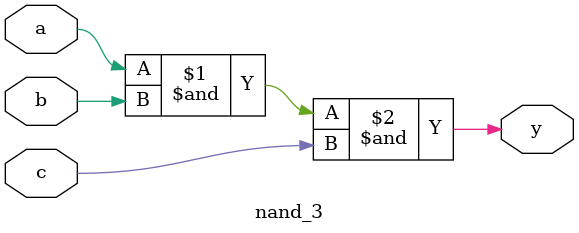
<source format=v>
`timescale 1ns / 1ps
module nand_3(input a,b,c, output y);
assign y=(a&b&c);
endmodule

</source>
